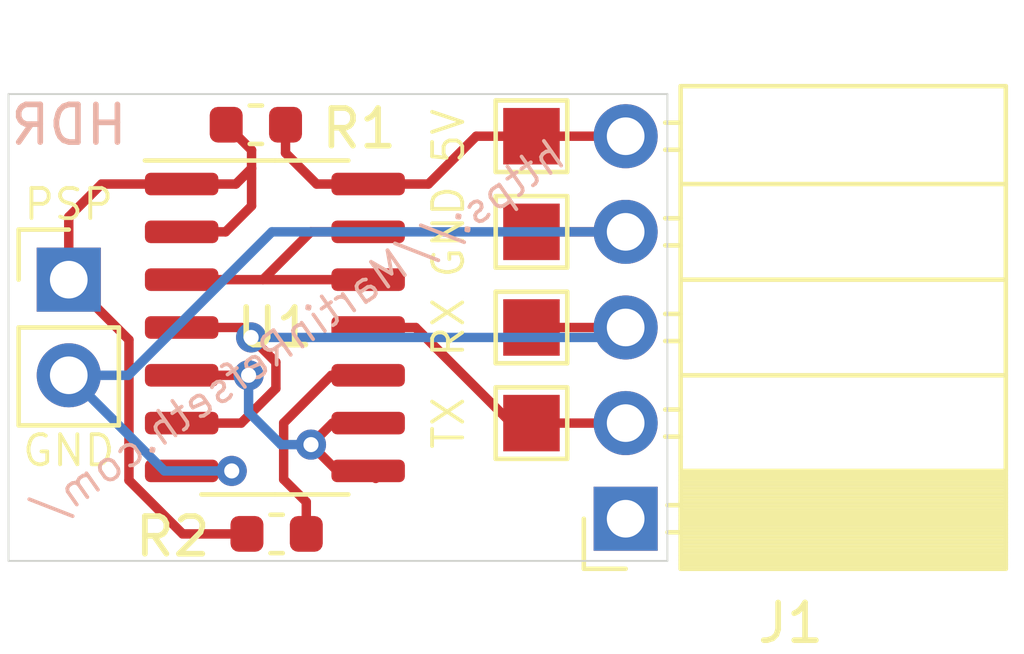
<source format=kicad_pcb>
(kicad_pcb (version 20171130) (host pcbnew "(5.1.6)-1")

  (general
    (thickness 1.6)
    (drawings 8)
    (tracks 68)
    (zones 0)
    (modules 9)
    (nets 10)
  )

  (page A4)
  (layers
    (0 F.Cu signal)
    (31 B.Cu signal)
    (32 B.Adhes user)
    (33 F.Adhes user)
    (34 B.Paste user)
    (35 F.Paste user)
    (36 B.SilkS user)
    (37 F.SilkS user)
    (38 B.Mask user)
    (39 F.Mask user)
    (40 Dwgs.User user)
    (41 Cmts.User user)
    (42 Eco1.User user)
    (43 Eco2.User user)
    (44 Edge.Cuts user)
    (45 Margin user)
    (46 B.CrtYd user)
    (47 F.CrtYd user)
    (48 B.Fab user)
    (49 F.Fab user)
  )

  (setup
    (last_trace_width 0.25)
    (trace_clearance 0.2)
    (zone_clearance 0.508)
    (zone_45_only no)
    (trace_min 0.2)
    (via_size 0.8)
    (via_drill 0.4)
    (via_min_size 0.4)
    (via_min_drill 0.3)
    (uvia_size 0.3)
    (uvia_drill 0.1)
    (uvias_allowed no)
    (uvia_min_size 0.2)
    (uvia_min_drill 0.1)
    (edge_width 0.05)
    (segment_width 0.2)
    (pcb_text_width 0.3)
    (pcb_text_size 1.5 1.5)
    (mod_edge_width 0.12)
    (mod_text_size 1 1)
    (mod_text_width 0.15)
    (pad_size 1.524 1.524)
    (pad_drill 0.762)
    (pad_to_mask_clearance 0.05)
    (aux_axis_origin 0 0)
    (visible_elements FFFFFF7F)
    (pcbplotparams
      (layerselection 0x010fc_ffffffff)
      (usegerberextensions false)
      (usegerberattributes true)
      (usegerberadvancedattributes true)
      (creategerberjobfile true)
      (excludeedgelayer true)
      (linewidth 0.100000)
      (plotframeref false)
      (viasonmask false)
      (mode 1)
      (useauxorigin false)
      (hpglpennumber 1)
      (hpglpenspeed 20)
      (hpglpendiameter 15.000000)
      (psnegative false)
      (psa4output false)
      (plotreference true)
      (plotvalue true)
      (plotinvisibletext false)
      (padsonsilk false)
      (subtractmaskfromsilk false)
      (outputformat 1)
      (mirror false)
      (drillshape 1)
      (scaleselection 1)
      (outputdirectory ""))
  )

  (net 0 "")
  (net 1 GND)
  (net 2 RX)
  (net 3 TX)
  (net 4 5V)
  (net 5 "Net-(J1-Pad1)")
  (net 6 1)
  (net 7 3R)
  (net 8 Y1)
  (net 9 2B)

  (net_class Default "This is the default net class."
    (clearance 0.2)
    (trace_width 0.25)
    (via_dia 0.8)
    (via_drill 0.4)
    (uvia_dia 0.3)
    (uvia_drill 0.1)
    (add_net 1)
    (add_net 2B)
    (add_net 3R)
    (add_net 5V)
    (add_net GND)
    (add_net "Net-(J1-Pad1)")
    (add_net RX)
    (add_net TX)
    (add_net Y1)
  )

  (module Connector_PinSocket_2.54mm:PinSocket_1x05_P2.54mm_Horizontal (layer F.Cu) (tedit 5A19A431) (tstamp 5FFE6190)
    (at 169.1287 85.79358 180)
    (descr "Through hole angled socket strip, 1x05, 2.54mm pitch, 8.51mm socket length, single row (from Kicad 4.0.7), script generated")
    (tags "Through hole angled socket strip THT 1x05 2.54mm single row")
    (path /6001FC97)
    (fp_text reference J1 (at -4.38 -2.77) (layer F.SilkS)
      (effects (font (size 1 1) (thickness 0.15)))
    )
    (fp_text value "TTL Header" (at -4.38 12.93) (layer F.Fab)
      (effects (font (size 1 1) (thickness 0.15)))
    )
    (fp_text user %R (at -5.775 5.08 90) (layer F.Fab)
      (effects (font (size 1 1) (thickness 0.15)))
    )
    (fp_line (start -10.03 -1.27) (end -2.49 -1.27) (layer F.Fab) (width 0.1))
    (fp_line (start -2.49 -1.27) (end -1.52 -0.3) (layer F.Fab) (width 0.1))
    (fp_line (start -1.52 -0.3) (end -1.52 11.43) (layer F.Fab) (width 0.1))
    (fp_line (start -1.52 11.43) (end -10.03 11.43) (layer F.Fab) (width 0.1))
    (fp_line (start -10.03 11.43) (end -10.03 -1.27) (layer F.Fab) (width 0.1))
    (fp_line (start 0 -0.3) (end -1.52 -0.3) (layer F.Fab) (width 0.1))
    (fp_line (start -1.52 0.3) (end 0 0.3) (layer F.Fab) (width 0.1))
    (fp_line (start 0 0.3) (end 0 -0.3) (layer F.Fab) (width 0.1))
    (fp_line (start 0 2.24) (end -1.52 2.24) (layer F.Fab) (width 0.1))
    (fp_line (start -1.52 2.84) (end 0 2.84) (layer F.Fab) (width 0.1))
    (fp_line (start 0 2.84) (end 0 2.24) (layer F.Fab) (width 0.1))
    (fp_line (start 0 4.78) (end -1.52 4.78) (layer F.Fab) (width 0.1))
    (fp_line (start -1.52 5.38) (end 0 5.38) (layer F.Fab) (width 0.1))
    (fp_line (start 0 5.38) (end 0 4.78) (layer F.Fab) (width 0.1))
    (fp_line (start 0 7.32) (end -1.52 7.32) (layer F.Fab) (width 0.1))
    (fp_line (start -1.52 7.92) (end 0 7.92) (layer F.Fab) (width 0.1))
    (fp_line (start 0 7.92) (end 0 7.32) (layer F.Fab) (width 0.1))
    (fp_line (start 0 9.86) (end -1.52 9.86) (layer F.Fab) (width 0.1))
    (fp_line (start -1.52 10.46) (end 0 10.46) (layer F.Fab) (width 0.1))
    (fp_line (start 0 10.46) (end 0 9.86) (layer F.Fab) (width 0.1))
    (fp_line (start -10.09 -1.21) (end -1.46 -1.21) (layer F.SilkS) (width 0.12))
    (fp_line (start -10.09 -1.091905) (end -1.46 -1.091905) (layer F.SilkS) (width 0.12))
    (fp_line (start -10.09 -0.97381) (end -1.46 -0.97381) (layer F.SilkS) (width 0.12))
    (fp_line (start -10.09 -0.855715) (end -1.46 -0.855715) (layer F.SilkS) (width 0.12))
    (fp_line (start -10.09 -0.73762) (end -1.46 -0.73762) (layer F.SilkS) (width 0.12))
    (fp_line (start -10.09 -0.619525) (end -1.46 -0.619525) (layer F.SilkS) (width 0.12))
    (fp_line (start -10.09 -0.50143) (end -1.46 -0.50143) (layer F.SilkS) (width 0.12))
    (fp_line (start -10.09 -0.383335) (end -1.46 -0.383335) (layer F.SilkS) (width 0.12))
    (fp_line (start -10.09 -0.26524) (end -1.46 -0.26524) (layer F.SilkS) (width 0.12))
    (fp_line (start -10.09 -0.147145) (end -1.46 -0.147145) (layer F.SilkS) (width 0.12))
    (fp_line (start -10.09 -0.02905) (end -1.46 -0.02905) (layer F.SilkS) (width 0.12))
    (fp_line (start -10.09 0.089045) (end -1.46 0.089045) (layer F.SilkS) (width 0.12))
    (fp_line (start -10.09 0.20714) (end -1.46 0.20714) (layer F.SilkS) (width 0.12))
    (fp_line (start -10.09 0.325235) (end -1.46 0.325235) (layer F.SilkS) (width 0.12))
    (fp_line (start -10.09 0.44333) (end -1.46 0.44333) (layer F.SilkS) (width 0.12))
    (fp_line (start -10.09 0.561425) (end -1.46 0.561425) (layer F.SilkS) (width 0.12))
    (fp_line (start -10.09 0.67952) (end -1.46 0.67952) (layer F.SilkS) (width 0.12))
    (fp_line (start -10.09 0.797615) (end -1.46 0.797615) (layer F.SilkS) (width 0.12))
    (fp_line (start -10.09 0.91571) (end -1.46 0.91571) (layer F.SilkS) (width 0.12))
    (fp_line (start -10.09 1.033805) (end -1.46 1.033805) (layer F.SilkS) (width 0.12))
    (fp_line (start -10.09 1.1519) (end -1.46 1.1519) (layer F.SilkS) (width 0.12))
    (fp_line (start -1.46 -0.36) (end -1.11 -0.36) (layer F.SilkS) (width 0.12))
    (fp_line (start -1.46 0.36) (end -1.11 0.36) (layer F.SilkS) (width 0.12))
    (fp_line (start -1.46 2.18) (end -1.05 2.18) (layer F.SilkS) (width 0.12))
    (fp_line (start -1.46 2.9) (end -1.05 2.9) (layer F.SilkS) (width 0.12))
    (fp_line (start -1.46 4.72) (end -1.05 4.72) (layer F.SilkS) (width 0.12))
    (fp_line (start -1.46 5.44) (end -1.05 5.44) (layer F.SilkS) (width 0.12))
    (fp_line (start -1.46 7.26) (end -1.05 7.26) (layer F.SilkS) (width 0.12))
    (fp_line (start -1.46 7.98) (end -1.05 7.98) (layer F.SilkS) (width 0.12))
    (fp_line (start -1.46 9.8) (end -1.05 9.8) (layer F.SilkS) (width 0.12))
    (fp_line (start -1.46 10.52) (end -1.05 10.52) (layer F.SilkS) (width 0.12))
    (fp_line (start -10.09 1.27) (end -1.46 1.27) (layer F.SilkS) (width 0.12))
    (fp_line (start -10.09 3.81) (end -1.46 3.81) (layer F.SilkS) (width 0.12))
    (fp_line (start -10.09 6.35) (end -1.46 6.35) (layer F.SilkS) (width 0.12))
    (fp_line (start -10.09 8.89) (end -1.46 8.89) (layer F.SilkS) (width 0.12))
    (fp_line (start -10.09 -1.33) (end -1.46 -1.33) (layer F.SilkS) (width 0.12))
    (fp_line (start -1.46 -1.33) (end -1.46 11.49) (layer F.SilkS) (width 0.12))
    (fp_line (start -10.09 11.49) (end -1.46 11.49) (layer F.SilkS) (width 0.12))
    (fp_line (start -10.09 -1.33) (end -10.09 11.49) (layer F.SilkS) (width 0.12))
    (fp_line (start 1.11 -1.33) (end 1.11 0) (layer F.SilkS) (width 0.12))
    (fp_line (start 0 -1.33) (end 1.11 -1.33) (layer F.SilkS) (width 0.12))
    (fp_line (start 1.75 -1.75) (end -10.55 -1.75) (layer F.CrtYd) (width 0.05))
    (fp_line (start -10.55 -1.75) (end -10.55 11.95) (layer F.CrtYd) (width 0.05))
    (fp_line (start -10.55 11.95) (end 1.75 11.95) (layer F.CrtYd) (width 0.05))
    (fp_line (start 1.75 11.95) (end 1.75 -1.75) (layer F.CrtYd) (width 0.05))
    (pad 5 thru_hole oval (at 0 10.16 180) (size 1.7 1.7) (drill 1) (layers *.Cu *.Mask)
      (net 4 5V))
    (pad 4 thru_hole oval (at 0 7.62 180) (size 1.7 1.7) (drill 1) (layers *.Cu *.Mask)
      (net 1 GND))
    (pad 3 thru_hole oval (at 0 5.08 180) (size 1.7 1.7) (drill 1) (layers *.Cu *.Mask)
      (net 2 RX))
    (pad 2 thru_hole oval (at 0 2.54 180) (size 1.7 1.7) (drill 1) (layers *.Cu *.Mask)
      (net 3 TX))
    (pad 1 thru_hole rect (at 0 0 180) (size 1.7 1.7) (drill 1) (layers *.Cu *.Mask)
      (net 5 "Net-(J1-Pad1)"))
    (model ${KISYS3DMOD}/Connector_PinSocket_2.54mm.3dshapes/PinSocket_1x05_P2.54mm_Horizontal.wrl
      (at (xyz 0 0 0))
      (scale (xyz 1 1 1))
      (rotate (xyz 0 0 0))
    )
  )

  (module Connector_PinHeader_2.54mm:PinHeader_1x02_P2.54mm_Vertical (layer F.Cu) (tedit 59FED5CC) (tstamp 5FFE5ACB)
    (at 154.34818 79.44358)
    (descr "Through hole straight pin header, 1x02, 2.54mm pitch, single row")
    (tags "Through hole pin header THT 1x02 2.54mm single row")
    (path /60017D0A)
    (fp_text reference J2 (at 0 -2.33) (layer F.SilkS) hide
      (effects (font (size 1 1) (thickness 0.15)))
    )
    (fp_text value PSP (at 0 4.87) (layer F.Fab)
      (effects (font (size 1 1) (thickness 0.15)))
    )
    (fp_text user %R (at 0 1.27 90) (layer F.Fab)
      (effects (font (size 1 1) (thickness 0.15)))
    )
    (fp_line (start -0.635 -1.27) (end 1.27 -1.27) (layer F.Fab) (width 0.1))
    (fp_line (start 1.27 -1.27) (end 1.27 3.81) (layer F.Fab) (width 0.1))
    (fp_line (start 1.27 3.81) (end -1.27 3.81) (layer F.Fab) (width 0.1))
    (fp_line (start -1.27 3.81) (end -1.27 -0.635) (layer F.Fab) (width 0.1))
    (fp_line (start -1.27 -0.635) (end -0.635 -1.27) (layer F.Fab) (width 0.1))
    (fp_line (start -1.33 3.87) (end 1.33 3.87) (layer F.SilkS) (width 0.12))
    (fp_line (start -1.33 1.27) (end -1.33 3.87) (layer F.SilkS) (width 0.12))
    (fp_line (start 1.33 1.27) (end 1.33 3.87) (layer F.SilkS) (width 0.12))
    (fp_line (start -1.33 1.27) (end 1.33 1.27) (layer F.SilkS) (width 0.12))
    (fp_line (start -1.33 0) (end -1.33 -1.33) (layer F.SilkS) (width 0.12))
    (fp_line (start -1.33 -1.33) (end 0 -1.33) (layer F.SilkS) (width 0.12))
    (fp_line (start -1.8 -1.8) (end -1.8 4.35) (layer F.CrtYd) (width 0.05))
    (fp_line (start -1.8 4.35) (end 1.8 4.35) (layer F.CrtYd) (width 0.05))
    (fp_line (start 1.8 4.35) (end 1.8 -1.8) (layer F.CrtYd) (width 0.05))
    (fp_line (start 1.8 -1.8) (end -1.8 -1.8) (layer F.CrtYd) (width 0.05))
    (pad 2 thru_hole oval (at 0 2.54) (size 1.7 1.7) (drill 1) (layers *.Cu *.Mask)
      (net 1 GND))
    (pad 1 thru_hole rect (at 0 0) (size 1.7 1.7) (drill 1) (layers *.Cu *.Mask)
      (net 6 1))
    (model ${KISYS3DMOD}/Connector_PinHeader_2.54mm.3dshapes/PinHeader_1x02_P2.54mm_Vertical.wrl
      (at (xyz 0 0 0))
      (scale (xyz 1 1 1))
      (rotate (xyz 0 0 0))
    )
  )

  (module TestPoint:TestPoint_Pad_1.5x1.5mm (layer F.Cu) (tedit 5A0F774F) (tstamp 5FFE2DC4)
    (at 166.6287 78.17358 90)
    (descr "SMD rectangular pad as test Point, square 1.5mm side length")
    (tags "test point SMD pad rectangle square")
    (path /5FFF4869)
    (attr virtual)
    (fp_text reference GND (at 0 -2.20218 270) (layer F.SilkS)
      (effects (font (size 0.8 0.8) (thickness 0.1)))
    )
    (fp_text value GND (at 0 1.75 90) (layer F.Fab)
      (effects (font (size 1 1) (thickness 0.15)))
    )
    (fp_text user %R (at 0 -1.65 90) (layer F.Fab)
      (effects (font (size 1 1) (thickness 0.15)))
    )
    (fp_line (start -0.95 -0.95) (end 0.95 -0.95) (layer F.SilkS) (width 0.12))
    (fp_line (start 0.95 -0.95) (end 0.95 0.95) (layer F.SilkS) (width 0.12))
    (fp_line (start 0.95 0.95) (end -0.95 0.95) (layer F.SilkS) (width 0.12))
    (fp_line (start -0.95 0.95) (end -0.95 -0.95) (layer F.SilkS) (width 0.12))
    (fp_line (start -1.25 -1.25) (end 1.25 -1.25) (layer F.CrtYd) (width 0.05))
    (fp_line (start -1.25 -1.25) (end -1.25 1.25) (layer F.CrtYd) (width 0.05))
    (fp_line (start 1.25 1.25) (end 1.25 -1.25) (layer F.CrtYd) (width 0.05))
    (fp_line (start 1.25 1.25) (end -1.25 1.25) (layer F.CrtYd) (width 0.05))
    (pad 1 smd rect (at 0 0 90) (size 1.5 1.5) (layers F.Cu F.Mask)
      (net 1 GND))
  )

  (module TestPoint:TestPoint_Pad_1.5x1.5mm (layer F.Cu) (tedit 5A0F774F) (tstamp 5FFE2DBC)
    (at 166.6287 80.71358 90)
    (descr "SMD rectangular pad as test Point, square 1.5mm side length")
    (tags "test point SMD pad rectangle square")
    (path /5FFF4524)
    (attr virtual)
    (fp_text reference RX (at 0 -2.20218 270) (layer F.SilkS)
      (effects (font (size 0.8 0.8) (thickness 0.1)))
    )
    (fp_text value RX (at 0 1.75 90) (layer F.Fab)
      (effects (font (size 1 1) (thickness 0.15)))
    )
    (fp_text user %R (at 0 -1.65 90) (layer F.Fab)
      (effects (font (size 1 1) (thickness 0.15)))
    )
    (fp_line (start -0.95 -0.95) (end 0.95 -0.95) (layer F.SilkS) (width 0.12))
    (fp_line (start 0.95 -0.95) (end 0.95 0.95) (layer F.SilkS) (width 0.12))
    (fp_line (start 0.95 0.95) (end -0.95 0.95) (layer F.SilkS) (width 0.12))
    (fp_line (start -0.95 0.95) (end -0.95 -0.95) (layer F.SilkS) (width 0.12))
    (fp_line (start -1.25 -1.25) (end 1.25 -1.25) (layer F.CrtYd) (width 0.05))
    (fp_line (start -1.25 -1.25) (end -1.25 1.25) (layer F.CrtYd) (width 0.05))
    (fp_line (start 1.25 1.25) (end 1.25 -1.25) (layer F.CrtYd) (width 0.05))
    (fp_line (start 1.25 1.25) (end -1.25 1.25) (layer F.CrtYd) (width 0.05))
    (pad 1 smd rect (at 0 0 90) (size 1.5 1.5) (layers F.Cu F.Mask)
      (net 2 RX))
  )

  (module TestPoint:TestPoint_Pad_1.5x1.5mm (layer F.Cu) (tedit 5A0F774F) (tstamp 5FFE2DB4)
    (at 166.6287 83.25358 90)
    (descr "SMD rectangular pad as test Point, square 1.5mm side length")
    (tags "test point SMD pad rectangle square")
    (path /5FFF4023)
    (attr virtual)
    (fp_text reference TX (at 0 -2.20218 270) (layer F.SilkS)
      (effects (font (size 0.8 0.8) (thickness 0.1)))
    )
    (fp_text value TX (at 0 1.75 90) (layer F.Fab)
      (effects (font (size 1 1) (thickness 0.15)))
    )
    (fp_text user %R (at 0 -1.65 90) (layer F.Fab)
      (effects (font (size 1 1) (thickness 0.15)))
    )
    (fp_line (start -0.95 -0.95) (end 0.95 -0.95) (layer F.SilkS) (width 0.12))
    (fp_line (start 0.95 -0.95) (end 0.95 0.95) (layer F.SilkS) (width 0.12))
    (fp_line (start 0.95 0.95) (end -0.95 0.95) (layer F.SilkS) (width 0.12))
    (fp_line (start -0.95 0.95) (end -0.95 -0.95) (layer F.SilkS) (width 0.12))
    (fp_line (start -1.25 -1.25) (end 1.25 -1.25) (layer F.CrtYd) (width 0.05))
    (fp_line (start -1.25 -1.25) (end -1.25 1.25) (layer F.CrtYd) (width 0.05))
    (fp_line (start 1.25 1.25) (end 1.25 -1.25) (layer F.CrtYd) (width 0.05))
    (fp_line (start 1.25 1.25) (end -1.25 1.25) (layer F.CrtYd) (width 0.05))
    (pad 1 smd rect (at 0 0 90) (size 1.5 1.5) (layers F.Cu F.Mask)
      (net 3 TX))
  )

  (module TestPoint:TestPoint_Pad_1.5x1.5mm (layer F.Cu) (tedit 5A0F774F) (tstamp 5FFE2DAC)
    (at 166.6287 75.63358)
    (descr "SMD rectangular pad as test Point, square 1.5mm side length")
    (tags "test point SMD pad rectangle square")
    (path /5FFF37DE)
    (attr virtual)
    (fp_text reference 5V (at -2.20218 0 270) (layer F.SilkS)
      (effects (font (size 0.8 0.8) (thickness 0.1)))
    )
    (fp_text value 5V (at 0 1.75) (layer F.Fab)
      (effects (font (size 1 1) (thickness 0.15)))
    )
    (fp_text user %R (at 0 -1.65) (layer F.Fab)
      (effects (font (size 1 1) (thickness 0.15)))
    )
    (fp_line (start -0.95 -0.95) (end 0.95 -0.95) (layer F.SilkS) (width 0.12))
    (fp_line (start 0.95 -0.95) (end 0.95 0.95) (layer F.SilkS) (width 0.12))
    (fp_line (start 0.95 0.95) (end -0.95 0.95) (layer F.SilkS) (width 0.12))
    (fp_line (start -0.95 0.95) (end -0.95 -0.95) (layer F.SilkS) (width 0.12))
    (fp_line (start -1.25 -1.25) (end 1.25 -1.25) (layer F.CrtYd) (width 0.05))
    (fp_line (start -1.25 -1.25) (end -1.25 1.25) (layer F.CrtYd) (width 0.05))
    (fp_line (start 1.25 1.25) (end 1.25 -1.25) (layer F.CrtYd) (width 0.05))
    (fp_line (start 1.25 1.25) (end -1.25 1.25) (layer F.CrtYd) (width 0.05))
    (pad 1 smd rect (at 0 0) (size 1.5 1.5) (layers F.Cu F.Mask)
      (net 4 5V))
  )

  (module Package_SO:SOIC-14_3.9x8.7mm_P1.27mm (layer F.Cu) (tedit 5D9F72B1) (tstamp 5FFE2E0E)
    (at 159.81922 80.71358)
    (descr "SOIC, 14 Pin (JEDEC MS-012AB, https://www.analog.com/media/en/package-pcb-resources/package/pkg_pdf/soic_narrow-r/r_14.pdf), generated with kicad-footprint-generator ipc_gullwing_generator.py")
    (tags "SOIC SO")
    (path /60009843)
    (attr smd)
    (fp_text reference U1 (at 0.00012 0) (layer F.SilkS)
      (effects (font (size 1 1) (thickness 0.15)))
    )
    (fp_text value SN74AHCT00DR (at 0 5.28) (layer F.Fab)
      (effects (font (size 1 1) (thickness 0.15)))
    )
    (fp_text user %R (at 0 0) (layer F.Fab)
      (effects (font (size 0.98 0.98) (thickness 0.15)))
    )
    (fp_line (start 0 4.435) (end 1.95 4.435) (layer F.SilkS) (width 0.12))
    (fp_line (start 0 4.435) (end -1.95 4.435) (layer F.SilkS) (width 0.12))
    (fp_line (start 0 -4.435) (end 1.95 -4.435) (layer F.SilkS) (width 0.12))
    (fp_line (start 0 -4.435) (end -3.45 -4.435) (layer F.SilkS) (width 0.12))
    (fp_line (start -0.975 -4.325) (end 1.95 -4.325) (layer F.Fab) (width 0.1))
    (fp_line (start 1.95 -4.325) (end 1.95 4.325) (layer F.Fab) (width 0.1))
    (fp_line (start 1.95 4.325) (end -1.95 4.325) (layer F.Fab) (width 0.1))
    (fp_line (start -1.95 4.325) (end -1.95 -3.35) (layer F.Fab) (width 0.1))
    (fp_line (start -1.95 -3.35) (end -0.975 -4.325) (layer F.Fab) (width 0.1))
    (fp_line (start -3.7 -4.58) (end -3.7 4.58) (layer F.CrtYd) (width 0.05))
    (fp_line (start -3.7 4.58) (end 3.7 4.58) (layer F.CrtYd) (width 0.05))
    (fp_line (start 3.7 4.58) (end 3.7 -4.58) (layer F.CrtYd) (width 0.05))
    (fp_line (start 3.7 -4.58) (end -3.7 -4.58) (layer F.CrtYd) (width 0.05))
    (pad 14 smd roundrect (at 2.475 -3.81) (size 1.95 0.6) (layers F.Cu F.Paste F.Mask) (roundrect_rratio 0.25)
      (net 4 5V))
    (pad 13 smd roundrect (at 2.475 -2.54) (size 1.95 0.6) (layers F.Cu F.Paste F.Mask) (roundrect_rratio 0.25)
      (net 8 Y1))
    (pad 12 smd roundrect (at 2.475 -1.27) (size 1.95 0.6) (layers F.Cu F.Paste F.Mask) (roundrect_rratio 0.25)
      (net 8 Y1))
    (pad 11 smd roundrect (at 2.475 0) (size 1.95 0.6) (layers F.Cu F.Paste F.Mask) (roundrect_rratio 0.25)
      (net 3 TX))
    (pad 10 smd roundrect (at 2.475 1.27) (size 1.95 0.6) (layers F.Cu F.Paste F.Mask) (roundrect_rratio 0.25)
      (net 7 3R))
    (pad 9 smd roundrect (at 2.475 2.54) (size 1.95 0.6) (layers F.Cu F.Paste F.Mask) (roundrect_rratio 0.25)
      (net 9 2B))
    (pad 8 smd roundrect (at 2.475 3.81) (size 1.95 0.6) (layers F.Cu F.Paste F.Mask) (roundrect_rratio 0.25)
      (net 9 2B))
    (pad 7 smd roundrect (at -2.475 3.81) (size 1.95 0.6) (layers F.Cu F.Paste F.Mask) (roundrect_rratio 0.25)
      (net 1 GND))
    (pad 6 smd roundrect (at -2.475 2.54) (size 1.95 0.6) (layers F.Cu F.Paste F.Mask) (roundrect_rratio 0.25)
      (net 2 RX))
    (pad 5 smd roundrect (at -2.475 1.27) (size 1.95 0.6) (layers F.Cu F.Paste F.Mask) (roundrect_rratio 0.25)
      (net 9 2B))
    (pad 4 smd roundrect (at -2.475 0) (size 1.95 0.6) (layers F.Cu F.Paste F.Mask) (roundrect_rratio 0.25)
      (net 2 RX))
    (pad 3 smd roundrect (at -2.475 -1.27) (size 1.95 0.6) (layers F.Cu F.Paste F.Mask) (roundrect_rratio 0.25)
      (net 8 Y1))
    (pad 2 smd roundrect (at -2.475 -2.54) (size 1.95 0.6) (layers F.Cu F.Paste F.Mask) (roundrect_rratio 0.25)
      (net 6 1))
    (pad 1 smd roundrect (at -2.475 -3.81) (size 1.95 0.6) (layers F.Cu F.Paste F.Mask) (roundrect_rratio 0.25)
      (net 6 1))
    (model ${KISYS3DMOD}/Package_SO.3dshapes/SOIC-14_3.9x8.7mm_P1.27mm.wrl
      (at (xyz 0 0 0))
      (scale (xyz 1 1 1))
      (rotate (xyz 0 0 0))
    )
  )

  (module Resistor_SMD:R_0603_1608Metric (layer F.Cu) (tedit 5B301BBD) (tstamp 5FFE2DEE)
    (at 159.86506 86.1965)
    (descr "Resistor SMD 0603 (1608 Metric), square (rectangular) end terminal, IPC_7351 nominal, (Body size source: http://www.tortai-tech.com/upload/download/2011102023233369053.pdf), generated with kicad-footprint-generator")
    (tags resistor)
    (path /5FFE34F7)
    (attr smd)
    (fp_text reference R2 (at -2.75844 0.07112) (layer F.SilkS)
      (effects (font (size 1 1) (thickness 0.15)))
    )
    (fp_text value 330 (at 0 1.43) (layer F.Fab)
      (effects (font (size 1 1) (thickness 0.15)))
    )
    (fp_text user %R (at 0 0) (layer F.Fab)
      (effects (font (size 0.4 0.4) (thickness 0.06)))
    )
    (fp_line (start -0.8 0.4) (end -0.8 -0.4) (layer F.Fab) (width 0.1))
    (fp_line (start -0.8 -0.4) (end 0.8 -0.4) (layer F.Fab) (width 0.1))
    (fp_line (start 0.8 -0.4) (end 0.8 0.4) (layer F.Fab) (width 0.1))
    (fp_line (start 0.8 0.4) (end -0.8 0.4) (layer F.Fab) (width 0.1))
    (fp_line (start -0.162779 -0.51) (end 0.162779 -0.51) (layer F.SilkS) (width 0.12))
    (fp_line (start -0.162779 0.51) (end 0.162779 0.51) (layer F.SilkS) (width 0.12))
    (fp_line (start -1.48 0.73) (end -1.48 -0.73) (layer F.CrtYd) (width 0.05))
    (fp_line (start -1.48 -0.73) (end 1.48 -0.73) (layer F.CrtYd) (width 0.05))
    (fp_line (start 1.48 -0.73) (end 1.48 0.73) (layer F.CrtYd) (width 0.05))
    (fp_line (start 1.48 0.73) (end -1.48 0.73) (layer F.CrtYd) (width 0.05))
    (pad 2 smd roundrect (at 0.7875 0) (size 0.875 0.95) (layers F.Cu F.Paste F.Mask) (roundrect_rratio 0.25)
      (net 7 3R))
    (pad 1 smd roundrect (at -0.7875 0) (size 0.875 0.95) (layers F.Cu F.Paste F.Mask) (roundrect_rratio 0.25)
      (net 6 1))
    (model ${KISYS3DMOD}/Resistor_SMD.3dshapes/R_0603_1608Metric.wrl
      (at (xyz 0 0 0))
      (scale (xyz 1 1 1))
      (rotate (xyz 0 0 0))
    )
  )

  (module Resistor_SMD:R_0603_1608Metric (layer F.Cu) (tedit 5B301BBD) (tstamp 5FFE2DDD)
    (at 159.31388 75.32812)
    (descr "Resistor SMD 0603 (1608 Metric), square (rectangular) end terminal, IPC_7351 nominal, (Body size source: http://www.tortai-tech.com/upload/download/2011102023233369053.pdf), generated with kicad-footprint-generator")
    (tags resistor)
    (path /5FFE248A)
    (attr smd)
    (fp_text reference R1 (at 2.7432 0.1016) (layer F.SilkS)
      (effects (font (size 1 1) (thickness 0.15)))
    )
    (fp_text value 10K (at 0 1.43) (layer F.Fab)
      (effects (font (size 1 1) (thickness 0.15)))
    )
    (fp_text user %R (at 0 0) (layer F.Fab)
      (effects (font (size 0.4 0.4) (thickness 0.06)))
    )
    (fp_line (start -0.8 0.4) (end -0.8 -0.4) (layer F.Fab) (width 0.1))
    (fp_line (start -0.8 -0.4) (end 0.8 -0.4) (layer F.Fab) (width 0.1))
    (fp_line (start 0.8 -0.4) (end 0.8 0.4) (layer F.Fab) (width 0.1))
    (fp_line (start 0.8 0.4) (end -0.8 0.4) (layer F.Fab) (width 0.1))
    (fp_line (start -0.162779 -0.51) (end 0.162779 -0.51) (layer F.SilkS) (width 0.12))
    (fp_line (start -0.162779 0.51) (end 0.162779 0.51) (layer F.SilkS) (width 0.12))
    (fp_line (start -1.48 0.73) (end -1.48 -0.73) (layer F.CrtYd) (width 0.05))
    (fp_line (start -1.48 -0.73) (end 1.48 -0.73) (layer F.CrtYd) (width 0.05))
    (fp_line (start 1.48 -0.73) (end 1.48 0.73) (layer F.CrtYd) (width 0.05))
    (fp_line (start 1.48 0.73) (end -1.48 0.73) (layer F.CrtYd) (width 0.05))
    (pad 2 smd roundrect (at 0.7875 0) (size 0.875 0.95) (layers F.Cu F.Paste F.Mask) (roundrect_rratio 0.25)
      (net 4 5V))
    (pad 1 smd roundrect (at -0.7875 0) (size 0.875 0.95) (layers F.Cu F.Paste F.Mask) (roundrect_rratio 0.25)
      (net 6 1))
    (model ${KISYS3DMOD}/Resistor_SMD.3dshapes/R_0603_1608Metric.wrl
      (at (xyz 0 0 0))
      (scale (xyz 1 1 1))
      (rotate (xyz 0 0 0))
    )
  )

  (gr_text PSP (at 154.34818 77.44358) (layer F.SilkS) (tstamp 5FFE5E5A)
    (effects (font (size 0.8 0.8) (thickness 0.1)))
  )
  (gr_text GND (at 154.34818 83.98358) (layer F.SilkS)
    (effects (font (size 0.8 0.8) (thickness 0.1)))
  )
  (gr_text https://MartinRefseth.com/ (at 160.43656 80.85582 35) (layer B.SilkS)
    (effects (font (size 0.8 0.8) (thickness 0.1)) (justify mirror))
  )
  (gr_text HDR (at 154.35326 75.33386) (layer B.SilkS)
    (effects (font (size 1 1) (thickness 0.15)) (justify mirror))
  )
  (gr_line (start 152.74938 86.91358) (end 152.74938 74.51358) (layer Edge.Cuts) (width 0.05) (tstamp 5FFE4DDA))
  (gr_line (start 170.23598 74.51358) (end 170.23598 86.91358) (layer Edge.Cuts) (width 0.05) (tstamp 5FFE4DD9))
  (gr_line (start 170.23598 86.91358) (end 152.74938 86.91358) (layer Edge.Cuts) (width 0.05) (tstamp 5FFE4DAD))
  (gr_line (start 170.23598 74.51358) (end 152.74938 74.51358) (layer Edge.Cuts) (width 0.05))

  (segment (start 157.34422 84.52358) (end 158.6738 84.52358) (width 0.25) (layer F.Cu) (net 1))
  (segment (start 158.6738 84.52358) (end 158.6738 84.52358) (width 0.25) (layer F.Cu) (net 1) (tstamp 5FFE4E29))
  (via (at 158.6738 84.52358) (size 0.8) (drill 0.4) (layers F.Cu B.Cu) (net 1))
  (segment (start 157.34422 84.52358) (end 156.88818 84.52358) (width 0.25) (layer F.Cu) (net 1))
  (segment (start 156.88818 84.52358) (end 154.34818 81.98358) (width 0.25) (layer B.Cu) (net 1))
  (segment (start 158.6738 84.52358) (end 156.88818 84.52358) (width 0.25) (layer B.Cu) (net 1))
  (segment (start 166.6287 78.17358) (end 169.1287 78.17358) (width 0.25) (layer F.Cu) (net 1))
  (segment (start 169.1287 78.17358) (end 159.7406 78.17358) (width 0.25) (layer B.Cu) (net 1))
  (segment (start 155.9306 81.98358) (end 154.34818 81.98358) (width 0.25) (layer B.Cu) (net 1))
  (segment (start 159.7406 78.17358) (end 155.9306 81.98358) (width 0.25) (layer B.Cu) (net 1))
  (segment (start 158.923842 80.71358) (end 157.34422 80.71358) (width 0.25) (layer F.Cu) (net 2))
  (segment (start 159.845841 81.635579) (end 159.188711 80.978449) (width 0.25) (layer F.Cu) (net 2))
  (segment (start 159.845841 82.331581) (end 159.845841 81.635579) (width 0.25) (layer F.Cu) (net 2))
  (segment (start 158.923842 83.25358) (end 159.845841 82.331581) (width 0.25) (layer F.Cu) (net 2))
  (segment (start 157.34422 83.25358) (end 158.923842 83.25358) (width 0.25) (layer F.Cu) (net 2))
  (segment (start 159.188711 80.978449) (end 158.923842 80.71358) (width 0.25) (layer F.Cu) (net 2) (tstamp 5FFE4DE3))
  (via (at 159.188711 80.978449) (size 0.8) (drill 0.4) (layers F.Cu B.Cu) (net 2))
  (segment (start 169.1287 80.71358) (end 166.6287 80.71358) (width 0.25) (layer F.Cu) (net 2))
  (segment (start 168.863831 80.978449) (end 169.1287 80.71358) (width 0.25) (layer B.Cu) (net 2))
  (segment (start 159.188711 80.978449) (end 168.863831 80.978449) (width 0.25) (layer B.Cu) (net 2))
  (segment (start 169.1287 83.25358) (end 166.6287 83.25358) (width 0.25) (layer F.Cu) (net 3))
  (segment (start 166.6287 83.25358) (end 166.09314 83.25358) (width 0.25) (layer F.Cu) (net 3))
  (segment (start 163.55314 80.71358) (end 162.29422 80.71358) (width 0.25) (layer F.Cu) (net 3))
  (segment (start 166.09314 83.25358) (end 163.55314 80.71358) (width 0.25) (layer F.Cu) (net 3))
  (segment (start 162.29422 76.90358) (end 160.92678 76.90358) (width 0.25) (layer F.Cu) (net 4))
  (segment (start 160.92678 76.90358) (end 160.10138 76.07818) (width 0.25) (layer F.Cu) (net 4))
  (segment (start 160.10138 75.32812) (end 160.10138 76.07818) (width 0.25) (layer F.Cu) (net 4))
  (segment (start 169.1287 75.63358) (end 166.6287 75.63358) (width 0.25) (layer F.Cu) (net 4))
  (segment (start 162.29422 76.90358) (end 163.8935 76.90358) (width 0.25) (layer F.Cu) (net 4))
  (segment (start 165.1635 75.63358) (end 166.6287 75.63358) (width 0.25) (layer F.Cu) (net 4))
  (segment (start 163.8935 76.90358) (end 165.1635 75.63358) (width 0.25) (layer F.Cu) (net 4))
  (segment (start 158.52638 75.32812) (end 158.54614 75.32812) (width 0.25) (layer F.Cu) (net 6))
  (segment (start 157.34422 76.90358) (end 158.78302 76.90358) (width 0.25) (layer F.Cu) (net 6))
  (segment (start 158.78302 76.90358) (end 159.19958 76.48702) (width 0.25) (layer F.Cu) (net 6))
  (segment (start 159.19958 76.00132) (end 158.52638 75.32812) (width 0.25) (layer F.Cu) (net 6))
  (segment (start 159.19958 76.48702) (end 159.19958 76.00132) (width 0.25) (layer F.Cu) (net 6))
  (segment (start 154.34818 77.7748) (end 154.34818 79.44358) (width 0.25) (layer F.Cu) (net 6))
  (segment (start 157.34422 76.90358) (end 155.2194 76.90358) (width 0.25) (layer F.Cu) (net 6))
  (segment (start 155.2194 76.90358) (end 154.34818 77.7748) (width 0.25) (layer F.Cu) (net 6))
  (segment (start 157.34422 78.17358) (end 158.51124 78.17358) (width 0.25) (layer F.Cu) (net 6))
  (segment (start 159.19958 77.48524) (end 159.19958 76.48702) (width 0.25) (layer F.Cu) (net 6))
  (segment (start 158.51124 78.17358) (end 159.19958 77.48524) (width 0.25) (layer F.Cu) (net 6))
  (segment (start 157.370372 86.1965) (end 155.94584 84.771968) (width 0.25) (layer F.Cu) (net 6))
  (segment (start 159.07756 86.1965) (end 157.370372 86.1965) (width 0.25) (layer F.Cu) (net 6))
  (segment (start 155.94584 81.04124) (end 154.34818 79.44358) (width 0.25) (layer F.Cu) (net 6))
  (segment (start 155.94584 84.771968) (end 155.94584 81.04124) (width 0.25) (layer F.Cu) (net 6))
  (segment (start 160.051919 83.250881) (end 161.31922 81.98358) (width 0.25) (layer F.Cu) (net 7))
  (segment (start 161.31922 81.98358) (end 162.29422 81.98358) (width 0.25) (layer F.Cu) (net 7))
  (segment (start 160.051919 84.748539) (end 160.051919 83.250881) (width 0.25) (layer F.Cu) (net 7))
  (segment (start 160.65256 85.34918) (end 160.051919 84.748539) (width 0.25) (layer F.Cu) (net 7))
  (segment (start 160.65256 85.34918) (end 160.65256 86.1965) (width 0.25) (layer F.Cu) (net 7))
  (segment (start 160.77184 78.17358) (end 159.50184 79.44358) (width 0.25) (layer F.Cu) (net 8))
  (segment (start 162.29422 78.17358) (end 160.77184 78.17358) (width 0.25) (layer F.Cu) (net 8))
  (segment (start 162.29422 79.44358) (end 159.50184 79.44358) (width 0.25) (layer F.Cu) (net 8))
  (segment (start 159.50184 79.44358) (end 157.34422 79.44358) (width 0.25) (layer F.Cu) (net 8))
  (segment (start 157.34422 81.98358) (end 159.12084 81.98358) (width 0.25) (layer F.Cu) (net 9))
  (segment (start 159.12084 81.98358) (end 159.12084 81.98358) (width 0.25) (layer F.Cu) (net 9) (tstamp 5FFE4648))
  (via (at 159.12084 81.98358) (size 0.8) (drill 0.4) (layers F.Cu B.Cu) (net 9))
  (segment (start 162.49523 84.72459) (end 162.29422 84.52358) (width 0.25) (layer F.Cu) (net 9))
  (segment (start 159.12084 81.98358) (end 159.12084 82.96402) (width 0.25) (layer B.Cu) (net 9))
  (segment (start 159.12084 82.96402) (end 159.9819 83.82508) (width 0.25) (layer B.Cu) (net 9))
  (segment (start 159.9819 83.82508) (end 160.77692 83.82508) (width 0.25) (layer B.Cu) (net 9))
  (segment (start 160.77692 83.82508) (end 160.77692 83.82508) (width 0.25) (layer B.Cu) (net 9) (tstamp 5FFE49F9))
  (via (at 160.77692 83.82508) (size 0.8) (drill 0.4) (layers F.Cu B.Cu) (net 9))
  (segment (start 161.34842 83.25358) (end 160.77692 83.82508) (width 0.25) (layer F.Cu) (net 9))
  (segment (start 162.29422 83.25358) (end 161.34842 83.25358) (width 0.25) (layer F.Cu) (net 9))
  (segment (start 161.47542 84.52358) (end 160.77692 83.82508) (width 0.25) (layer F.Cu) (net 9))
  (segment (start 162.29422 84.52358) (end 161.47542 84.52358) (width 0.25) (layer F.Cu) (net 9))

)

</source>
